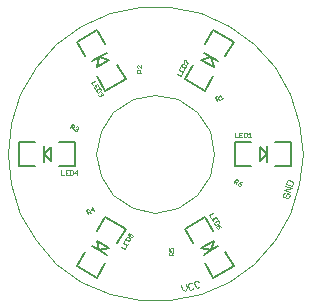
<source format=gto>
G75*
%MOIN*%
%OFA0B0*%
%FSLAX24Y24*%
%IPPOS*%
%LPD*%
%AMOC8*
5,1,8,0,0,1.08239X$1,22.5*
%
%ADD10C,0.0010*%
%ADD11C,0.0020*%
%ADD12C,0.0080*%
D10*
X001735Y001335D02*
X001045Y002105D01*
X000525Y002995D01*
X000215Y003975D01*
X000105Y004995D01*
X000215Y006015D01*
X000525Y006995D01*
X001045Y007885D01*
X001735Y008655D01*
X002565Y009255D01*
X003505Y009675D01*
X004515Y009885D01*
X005535Y009885D01*
X006545Y009675D01*
X007485Y009255D01*
X008315Y008655D01*
X009005Y007885D01*
X009525Y006995D01*
X009835Y006015D01*
X009945Y004995D01*
X009835Y003975D01*
X009525Y002995D01*
X009005Y002105D01*
X008315Y001335D01*
X007485Y000735D01*
X006545Y000315D01*
X005535Y000105D01*
X004515Y000105D01*
X003505Y000315D01*
X002565Y000735D01*
X001735Y001335D01*
X002792Y002976D02*
X002717Y003106D01*
X002782Y003144D01*
X002816Y003135D01*
X002841Y003091D01*
X002832Y003057D01*
X002767Y003020D01*
X002810Y003045D02*
X002879Y003026D01*
X002882Y003115D02*
X002969Y003165D01*
X002910Y003217D02*
X002985Y003087D01*
X002882Y003115D02*
X002910Y003217D01*
X003635Y003605D02*
X003205Y004245D01*
X003055Y004995D01*
X003205Y005745D01*
X003635Y006385D01*
X004275Y006815D01*
X005025Y006965D01*
X005775Y006815D01*
X006415Y006385D01*
X006845Y005745D01*
X006995Y004995D01*
X006845Y004245D01*
X006415Y003605D01*
X005775Y003175D01*
X005025Y003025D01*
X004275Y003175D01*
X003635Y003605D01*
X002433Y004365D02*
X002333Y004365D01*
X002408Y004440D01*
X002408Y004290D01*
X002285Y004315D02*
X002285Y004415D01*
X002260Y004440D01*
X002185Y004440D01*
X002185Y004290D01*
X002260Y004290D01*
X002285Y004315D01*
X002138Y004290D02*
X002038Y004290D01*
X002038Y004440D01*
X002138Y004440D01*
X002088Y004365D02*
X002038Y004365D01*
X001991Y004290D02*
X001891Y004290D01*
X001891Y004440D01*
X002380Y005755D02*
X002336Y005780D01*
X002327Y005814D01*
X002274Y005816D02*
X002255Y005884D01*
X002277Y005872D02*
X002212Y005909D01*
X002187Y005866D02*
X002262Y005996D01*
X002327Y005958D01*
X002336Y005924D01*
X002311Y005881D01*
X002277Y005872D01*
X002377Y005901D02*
X002411Y005910D01*
X002455Y005885D01*
X002464Y005851D01*
X002451Y005829D01*
X002417Y005820D01*
X002426Y005786D01*
X002414Y005764D01*
X002380Y005755D01*
X002417Y005820D02*
X002395Y005832D01*
X003156Y006915D02*
X003131Y006959D01*
X003140Y006993D01*
X003116Y007034D02*
X003203Y007084D01*
X003212Y007118D01*
X003175Y007183D01*
X003045Y007108D01*
X003082Y007043D01*
X003116Y007034D01*
X003208Y006975D02*
X003221Y006953D01*
X003212Y006919D01*
X003190Y006906D01*
X003156Y006915D01*
X003221Y006953D02*
X003255Y006944D01*
X003277Y006956D01*
X003286Y006990D01*
X003261Y007034D01*
X003227Y007043D01*
X003151Y007224D02*
X003101Y007311D01*
X002971Y007236D01*
X003021Y007149D01*
X003061Y007230D02*
X003036Y007273D01*
X002947Y007276D02*
X002897Y007363D01*
X003027Y007438D01*
X004420Y007700D02*
X004420Y007775D01*
X004445Y007800D01*
X004495Y007800D01*
X004520Y007775D01*
X004520Y007700D01*
X004570Y007700D02*
X004420Y007700D01*
X004520Y007750D02*
X004570Y007800D01*
X004570Y007847D02*
X004470Y007947D01*
X004445Y007947D01*
X004420Y007922D01*
X004420Y007872D01*
X004445Y007847D01*
X004570Y007847D02*
X004570Y007947D01*
X005742Y007666D02*
X005872Y007591D01*
X005922Y007678D01*
X005946Y007719D02*
X005996Y007806D01*
X006019Y007847D02*
X006057Y007912D01*
X006048Y007946D01*
X005961Y007996D01*
X005927Y007987D01*
X005889Y007922D01*
X006019Y007847D01*
X005906Y007800D02*
X005881Y007757D01*
X005816Y007794D02*
X005946Y007719D01*
X005816Y007794D02*
X005866Y007881D01*
X005984Y008037D02*
X005975Y008071D01*
X006000Y008114D01*
X006035Y008123D01*
X006056Y008111D01*
X006093Y007974D01*
X006143Y008061D01*
X007011Y006872D02*
X007076Y006909D01*
X007111Y006900D01*
X007136Y006857D01*
X007126Y006822D01*
X007061Y006785D01*
X007087Y006742D02*
X007011Y006872D01*
X007105Y006810D02*
X007173Y006792D01*
X007214Y006815D02*
X007301Y006865D01*
X007257Y006840D02*
X007182Y006970D01*
X007164Y006902D01*
X007680Y005700D02*
X007680Y005550D01*
X007780Y005550D01*
X007827Y005550D02*
X007927Y005550D01*
X007975Y005550D02*
X008050Y005550D01*
X008075Y005575D01*
X008075Y005675D01*
X008050Y005700D01*
X007975Y005700D01*
X007975Y005550D01*
X007877Y005625D02*
X007827Y005625D01*
X007827Y005700D02*
X007827Y005550D01*
X007827Y005700D02*
X007927Y005700D01*
X008122Y005650D02*
X008172Y005700D01*
X008172Y005550D01*
X008122Y005550D02*
X008222Y005550D01*
X007717Y004167D02*
X007782Y004129D01*
X007791Y004095D01*
X007766Y004052D01*
X007732Y004042D01*
X007667Y004080D01*
X007710Y004055D02*
X007728Y003986D01*
X007782Y003985D02*
X007807Y004028D01*
X007872Y003990D01*
X007881Y003956D01*
X007868Y003935D01*
X007834Y003925D01*
X007791Y003950D01*
X007782Y003985D01*
X007807Y004028D02*
X007875Y004046D01*
X007931Y004043D01*
X007717Y004167D02*
X007642Y004037D01*
X006963Y003029D02*
X006833Y002954D01*
X006883Y002867D01*
X006907Y002826D02*
X006957Y002739D01*
X006980Y002698D02*
X007018Y002633D01*
X007052Y002624D01*
X007139Y002674D01*
X007148Y002708D01*
X007110Y002773D01*
X006980Y002698D01*
X006997Y002820D02*
X006972Y002864D01*
X007037Y002901D02*
X006907Y002826D01*
X007037Y002901D02*
X007087Y002814D01*
X007119Y002608D02*
X007157Y002543D01*
X007148Y002509D01*
X007126Y002497D01*
X007092Y002506D01*
X007067Y002549D01*
X007076Y002583D01*
X007119Y002608D01*
X007187Y002590D01*
X007234Y002559D01*
X005630Y001828D02*
X005630Y001778D01*
X005605Y001753D01*
X005555Y001753D02*
X005530Y001803D01*
X005530Y001828D01*
X005555Y001853D01*
X005605Y001853D01*
X005630Y001828D01*
X005555Y001753D02*
X005480Y001753D01*
X005480Y001853D01*
X005505Y001705D02*
X005555Y001705D01*
X005580Y001680D01*
X005580Y001605D01*
X005630Y001605D02*
X005480Y001605D01*
X005480Y001680D01*
X005505Y001705D01*
X005580Y001655D02*
X005630Y001705D01*
X004277Y002270D02*
X004252Y002226D01*
X004218Y002217D01*
X004194Y002176D02*
X004107Y002226D01*
X004073Y002217D01*
X004036Y002152D01*
X004166Y002077D01*
X004203Y002142D01*
X004194Y002176D01*
X004174Y002242D02*
X004109Y002280D01*
X004159Y002366D01*
X004190Y002320D02*
X004224Y002329D01*
X004268Y002304D01*
X004277Y002270D01*
X004190Y002320D02*
X004178Y002298D01*
X004174Y002242D01*
X004012Y002111D02*
X003962Y002025D01*
X004092Y001949D01*
X004142Y002036D01*
X004052Y002030D02*
X004027Y001987D01*
X004068Y001909D02*
X004018Y001822D01*
X003888Y001897D01*
D11*
X005897Y000617D02*
X005935Y000475D01*
X006025Y000423D01*
X006077Y000513D01*
X006039Y000655D01*
X006120Y000638D02*
X006158Y000496D01*
X006203Y000471D01*
X006274Y000490D01*
X006300Y000534D01*
X006371Y000554D02*
X006333Y000695D01*
X006359Y000740D01*
X006430Y000759D01*
X006475Y000733D01*
X006513Y000592D02*
X006487Y000547D01*
X006416Y000528D01*
X006371Y000554D01*
X006262Y000676D02*
X006217Y000702D01*
X006146Y000683D01*
X006120Y000638D01*
X009301Y003552D02*
X009443Y003514D01*
X009488Y003540D01*
X009507Y003611D01*
X009481Y003656D01*
X009410Y003675D01*
X009391Y003604D01*
X009301Y003552D02*
X009275Y003597D01*
X009294Y003668D01*
X009339Y003694D01*
X009323Y003775D02*
X009573Y003860D01*
X009361Y003917D01*
X009380Y003989D02*
X009408Y004095D01*
X009453Y004121D01*
X009595Y004083D01*
X009621Y004038D01*
X009593Y003932D01*
X009380Y003989D01*
X009323Y003775D02*
X009535Y003718D01*
D12*
X009570Y004601D02*
X009019Y004601D01*
X008743Y004719D02*
X008743Y004995D01*
X008507Y004759D01*
X008507Y005231D01*
X008743Y004995D01*
X008743Y005271D01*
X009019Y005389D02*
X009570Y005389D01*
X009570Y004601D01*
X008231Y004601D02*
X007680Y004601D01*
X007680Y005389D01*
X008231Y005389D01*
X006694Y007098D02*
X006969Y007575D01*
X006971Y007892D02*
X006884Y008215D01*
X006561Y008129D01*
X006971Y007892D01*
X007123Y008077D02*
X006884Y008215D01*
X006645Y008353D01*
X006681Y008650D02*
X006956Y009128D01*
X007638Y008734D01*
X007363Y008257D01*
X006287Y007969D02*
X006012Y007491D01*
X006694Y007098D01*
X004038Y007491D02*
X003763Y007969D01*
X003489Y008129D02*
X003166Y008215D01*
X003079Y007892D01*
X003489Y008129D01*
X003405Y008353D02*
X003166Y008215D01*
X002927Y008077D01*
X002687Y008257D02*
X002412Y008734D01*
X003094Y009128D01*
X003369Y008650D01*
X003081Y007575D02*
X003356Y007098D01*
X004038Y007491D01*
X002370Y005389D02*
X001819Y005389D01*
X001543Y005231D02*
X001307Y004995D01*
X001543Y004759D01*
X001543Y005231D01*
X001307Y005271D02*
X001307Y004995D01*
X001307Y004719D01*
X001031Y004601D02*
X000480Y004601D01*
X000480Y005389D01*
X001031Y005389D01*
X001819Y004601D02*
X002370Y004601D01*
X002370Y005389D01*
X003356Y002892D02*
X003081Y002415D01*
X003079Y002098D02*
X003166Y001775D01*
X003489Y001861D01*
X003079Y002098D01*
X002927Y001913D02*
X003166Y001775D01*
X003405Y001637D01*
X003369Y001340D02*
X003094Y000862D01*
X002412Y001256D01*
X002687Y001733D01*
X003763Y002021D02*
X004038Y002499D01*
X003356Y002892D01*
X006012Y002499D02*
X006287Y002021D01*
X006561Y001861D02*
X006884Y001775D01*
X006971Y002098D01*
X006561Y001861D01*
X006645Y001637D02*
X006884Y001775D01*
X007123Y001913D01*
X007363Y001733D02*
X007638Y001256D01*
X006956Y000862D01*
X006681Y001340D01*
X006969Y002415D02*
X006694Y002892D01*
X006012Y002499D01*
M02*

</source>
